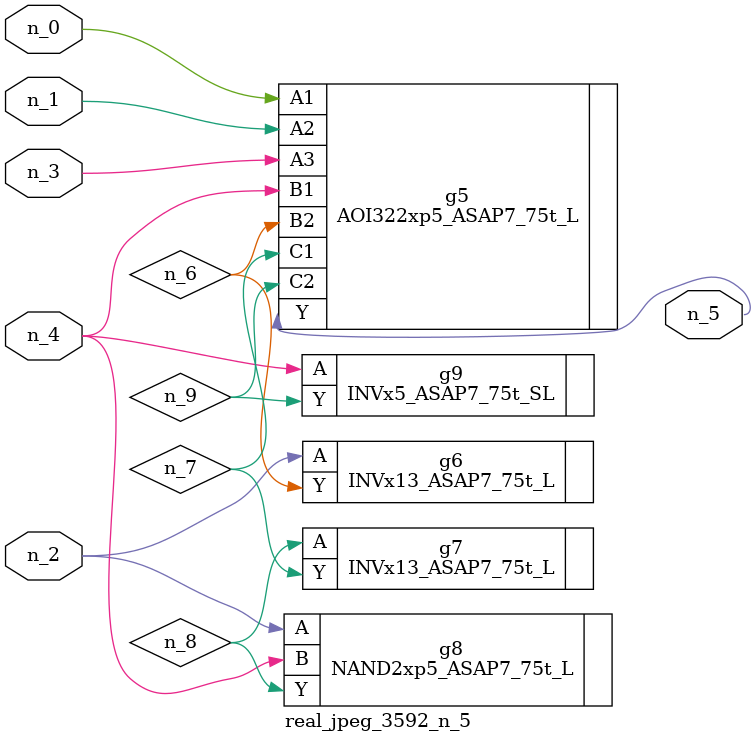
<source format=v>
module real_jpeg_3592_n_5 (n_4, n_0, n_1, n_2, n_3, n_5);

input n_4;
input n_0;
input n_1;
input n_2;
input n_3;

output n_5;

wire n_8;
wire n_6;
wire n_7;
wire n_9;

AOI322xp5_ASAP7_75t_L g5 ( 
.A1(n_0),
.A2(n_1),
.A3(n_3),
.B1(n_4),
.B2(n_6),
.C1(n_7),
.C2(n_9),
.Y(n_5)
);

INVx13_ASAP7_75t_L g6 ( 
.A(n_2),
.Y(n_6)
);

NAND2xp5_ASAP7_75t_L g8 ( 
.A(n_2),
.B(n_4),
.Y(n_8)
);

INVx5_ASAP7_75t_SL g9 ( 
.A(n_4),
.Y(n_9)
);

INVx13_ASAP7_75t_L g7 ( 
.A(n_8),
.Y(n_7)
);


endmodule
</source>
